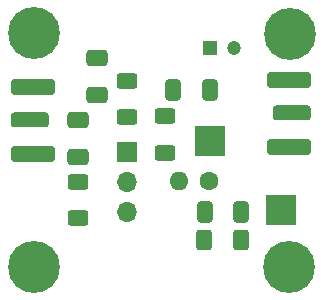
<source format=gbr>
%TF.GenerationSoftware,KiCad,Pcbnew,8.99.0-unknown-f907b58d17~178~ubuntu22.04.1*%
%TF.CreationDate,2024-06-08T22:31:25+05:30*%
%TF.ProjectId,HF-Pre-Amp,48462d50-7265-42d4-916d-702e6b696361,rev?*%
%TF.SameCoordinates,Original*%
%TF.FileFunction,Soldermask,Top*%
%TF.FilePolarity,Negative*%
%FSLAX46Y46*%
G04 Gerber Fmt 4.6, Leading zero omitted, Abs format (unit mm)*
G04 Created by KiCad (PCBNEW 8.99.0-unknown-f907b58d17~178~ubuntu22.04.1) date 2024-06-08 22:31:25*
%MOMM*%
%LPD*%
G01*
G04 APERTURE LIST*
G04 Aperture macros list*
%AMRoundRect*
0 Rectangle with rounded corners*
0 $1 Rounding radius*
0 $2 $3 $4 $5 $6 $7 $8 $9 X,Y pos of 4 corners*
0 Add a 4 corners polygon primitive as box body*
4,1,4,$2,$3,$4,$5,$6,$7,$8,$9,$2,$3,0*
0 Add four circle primitives for the rounded corners*
1,1,$1+$1,$2,$3*
1,1,$1+$1,$4,$5*
1,1,$1+$1,$6,$7*
1,1,$1+$1,$8,$9*
0 Add four rect primitives between the rounded corners*
20,1,$1+$1,$2,$3,$4,$5,0*
20,1,$1+$1,$4,$5,$6,$7,0*
20,1,$1+$1,$6,$7,$8,$9,0*
20,1,$1+$1,$8,$9,$2,$3,0*%
G04 Aperture macros list end*
%ADD10RoundRect,0.250000X-0.412500X-0.650000X0.412500X-0.650000X0.412500X0.650000X-0.412500X0.650000X0*%
%ADD11RoundRect,0.250000X-0.400000X-0.625000X0.400000X-0.625000X0.400000X0.625000X-0.400000X0.625000X0*%
%ADD12R,2.500000X2.500000*%
%ADD13R,1.700000X1.700000*%
%ADD14O,1.700000X1.700000*%
%ADD15RoundRect,0.250000X-0.650000X0.412500X-0.650000X-0.412500X0.650000X-0.412500X0.650000X0.412500X0*%
%ADD16RoundRect,0.250000X-0.625000X0.400000X-0.625000X-0.400000X0.625000X-0.400000X0.625000X0.400000X0*%
%ADD17RoundRect,0.250000X1.350000X-0.385000X1.350000X0.385000X-1.350000X0.385000X-1.350000X-0.385000X0*%
%ADD18RoundRect,0.250000X1.600000X-0.425000X1.600000X0.425000X-1.600000X0.425000X-1.600000X-0.425000X0*%
%ADD19RoundRect,0.250000X-1.350000X0.385000X-1.350000X-0.385000X1.350000X-0.385000X1.350000X0.385000X0*%
%ADD20RoundRect,0.250000X-1.600000X0.425000X-1.600000X-0.425000X1.600000X-0.425000X1.600000X0.425000X0*%
%ADD21C,0.700000*%
%ADD22C,4.400000*%
%ADD23R,1.200000X1.200000*%
%ADD24C,1.200000*%
%ADD25C,1.600000*%
%ADD26O,1.600000X1.600000*%
%ADD27RoundRect,0.250000X0.625000X-0.400000X0.625000X0.400000X-0.625000X0.400000X-0.625000X-0.400000X0*%
G04 APERTURE END LIST*
D10*
%TO.C,C2*%
X99677500Y-100500000D03*
X102802500Y-100500000D03*
%TD*%
D11*
%TO.C,R2*%
X102310000Y-113190000D03*
X105410000Y-113190000D03*
%TD*%
D12*
%TO.C,VDC1*%
X102810000Y-104750000D03*
%TD*%
D13*
%TO.C,Q1*%
X95730000Y-105680000D03*
D14*
X95730000Y-108220000D03*
X95730000Y-110760000D03*
%TD*%
D15*
%TO.C,C1*%
X91630000Y-103040000D03*
X91630000Y-106165000D03*
%TD*%
D16*
%TO.C,R5*%
X95730000Y-99680000D03*
X95730000Y-102780000D03*
%TD*%
D17*
%TO.C,OUT1*%
X109680000Y-102435000D03*
D18*
X109430000Y-99610000D03*
X109430000Y-105260000D03*
%TD*%
D19*
%TO.C,IN1*%
X87520000Y-103020000D03*
D20*
X87770000Y-105845000D03*
X87770000Y-100195000D03*
%TD*%
D21*
%TO.C,H1*%
X86200000Y-95630000D03*
X86683274Y-94463274D03*
X86683274Y-96796726D03*
X87850000Y-93980000D03*
D22*
X87850000Y-95630000D03*
D21*
X87850000Y-97280000D03*
X89016726Y-94463274D03*
X89016726Y-96796726D03*
X89500000Y-95630000D03*
%TD*%
D23*
%TO.C,C3*%
X102800000Y-96950000D03*
D24*
X104800000Y-96950000D03*
%TD*%
D12*
%TO.C,GND1*%
X108760000Y-110640000D03*
%TD*%
D21*
%TO.C,H2*%
X107870000Y-95700000D03*
X108353274Y-94533274D03*
X108353274Y-96866726D03*
X109520000Y-94050000D03*
D22*
X109520000Y-95700000D03*
D21*
X109520000Y-97350000D03*
X110686726Y-94533274D03*
X110686726Y-96866726D03*
X111170000Y-95700000D03*
%TD*%
D10*
%TO.C,C5*%
X102317500Y-110760000D03*
X105442500Y-110760000D03*
%TD*%
D15*
%TO.C,C4*%
X93210000Y-97730000D03*
X93210000Y-100855000D03*
%TD*%
D21*
%TO.C,H3*%
X86230000Y-115430000D03*
X86713274Y-114263274D03*
X86713274Y-116596726D03*
X87880000Y-113780000D03*
D22*
X87880000Y-115430000D03*
D21*
X87880000Y-117080000D03*
X89046726Y-114263274D03*
X89046726Y-116596726D03*
X89530000Y-115430000D03*
%TD*%
D25*
%TO.C,L1*%
X102720000Y-108150000D03*
D26*
X100180000Y-108150000D03*
%TD*%
D16*
%TO.C,R3*%
X98960000Y-102680000D03*
X98960000Y-105780000D03*
%TD*%
D27*
%TO.C,R4*%
X91640000Y-111320000D03*
X91640000Y-108220000D03*
%TD*%
D21*
%TO.C,H4*%
X107810000Y-115440000D03*
X108293274Y-114273274D03*
X108293274Y-116606726D03*
X109460000Y-113790000D03*
D22*
X109460000Y-115440000D03*
D21*
X109460000Y-117090000D03*
X110626726Y-114273274D03*
X110626726Y-116606726D03*
X111110000Y-115440000D03*
%TD*%
M02*

</source>
